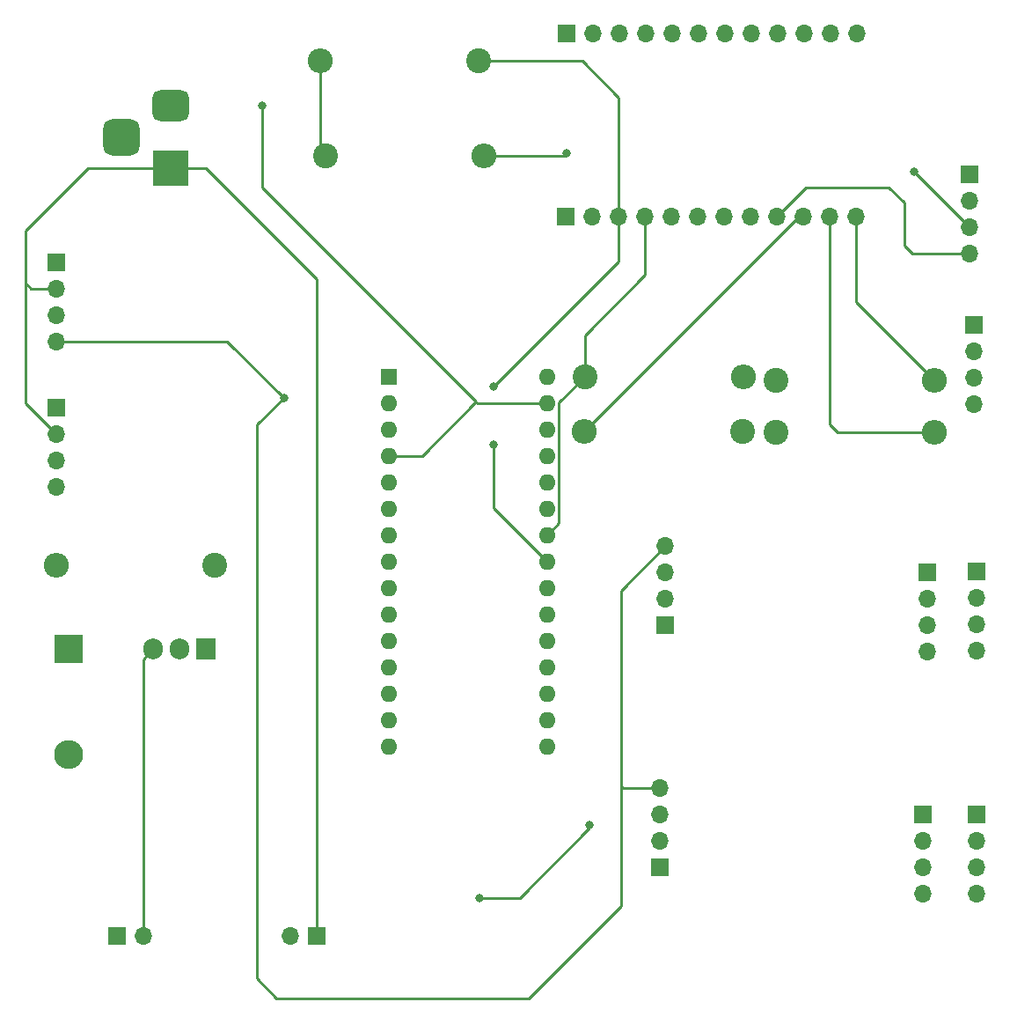
<source format=gbr>
%TF.GenerationSoftware,KiCad,Pcbnew,(6.0.9)*%
%TF.CreationDate,2023-05-30T21:41:48+01:00*%
%TF.ProjectId,UDSWB_MAINBOARD,55445357-425f-44d4-9149-4e424f415244,rev?*%
%TF.SameCoordinates,Original*%
%TF.FileFunction,Copper,L2,Bot*%
%TF.FilePolarity,Positive*%
%FSLAX46Y46*%
G04 Gerber Fmt 4.6, Leading zero omitted, Abs format (unit mm)*
G04 Created by KiCad (PCBNEW (6.0.9)) date 2023-05-30 21:41:48*
%MOMM*%
%LPD*%
G01*
G04 APERTURE LIST*
G04 Aperture macros list*
%AMRoundRect*
0 Rectangle with rounded corners*
0 $1 Rounding radius*
0 $2 $3 $4 $5 $6 $7 $8 $9 X,Y pos of 4 corners*
0 Add a 4 corners polygon primitive as box body*
4,1,4,$2,$3,$4,$5,$6,$7,$8,$9,$2,$3,0*
0 Add four circle primitives for the rounded corners*
1,1,$1+$1,$2,$3*
1,1,$1+$1,$4,$5*
1,1,$1+$1,$6,$7*
1,1,$1+$1,$8,$9*
0 Add four rect primitives between the rounded corners*
20,1,$1+$1,$2,$3,$4,$5,0*
20,1,$1+$1,$4,$5,$6,$7,0*
20,1,$1+$1,$6,$7,$8,$9,0*
20,1,$1+$1,$8,$9,$2,$3,0*%
G04 Aperture macros list end*
%TA.AperFunction,ComponentPad*%
%ADD10R,1.700000X1.700000*%
%TD*%
%TA.AperFunction,ComponentPad*%
%ADD11O,1.700000X1.700000*%
%TD*%
%TA.AperFunction,ComponentPad*%
%ADD12C,2.400000*%
%TD*%
%TA.AperFunction,ComponentPad*%
%ADD13O,2.400000X2.400000*%
%TD*%
%TA.AperFunction,ComponentPad*%
%ADD14O,1.905000X2.000000*%
%TD*%
%TA.AperFunction,ComponentPad*%
%ADD15R,1.905000X2.000000*%
%TD*%
%TA.AperFunction,ComponentPad*%
%ADD16R,3.500000X3.500000*%
%TD*%
%TA.AperFunction,ComponentPad*%
%ADD17RoundRect,0.750000X-1.000000X0.750000X-1.000000X-0.750000X1.000000X-0.750000X1.000000X0.750000X0*%
%TD*%
%TA.AperFunction,ComponentPad*%
%ADD18RoundRect,0.875000X-0.875000X0.875000X-0.875000X-0.875000X0.875000X-0.875000X0.875000X0.875000X0*%
%TD*%
%TA.AperFunction,ComponentPad*%
%ADD19R,2.800000X2.800000*%
%TD*%
%TA.AperFunction,ComponentPad*%
%ADD20O,2.800000X2.800000*%
%TD*%
%TA.AperFunction,ComponentPad*%
%ADD21R,1.600000X1.600000*%
%TD*%
%TA.AperFunction,ComponentPad*%
%ADD22O,1.600000X1.600000*%
%TD*%
%TA.AperFunction,ViaPad*%
%ADD23C,0.800000*%
%TD*%
%TA.AperFunction,Conductor*%
%ADD24C,0.250000*%
%TD*%
G04 APERTURE END LIST*
D10*
%TO.P,J5,1,Pin_1*%
%TO.N,/GND*%
X105575000Y-102925000D03*
D11*
%TO.P,J5,2,Pin_2*%
%TO.N,/UF_DT*%
X105575000Y-100385000D03*
%TO.P,J5,3,Pin_3*%
%TO.N,/UF_SCK*%
X105575000Y-97845000D03*
%TO.P,J5,4,Pin_4*%
%TO.N,/VCC_5DC*%
X105575000Y-95305000D03*
%TD*%
D10*
%TO.P,Pump Switch,1,A*%
%TO.N,/GND*%
X52800000Y-132800000D03*
D11*
%TO.P,Pump Switch,2,B*%
%TO.N,Net-(D1-Pad1)*%
X55340000Y-132800000D03*
%TD*%
D12*
%TO.P,R7,1*%
%TO.N,/VCC_3.3DC*%
X116230000Y-79350000D03*
D13*
%TO.P,R7,2*%
%TO.N,Net-(J12-Pad3)*%
X131470000Y-79350000D03*
%TD*%
D12*
%TO.P,R6,1*%
%TO.N,/VCC_3.3DC*%
X116230000Y-84350000D03*
D13*
%TO.P,R6,2*%
%TO.N,Net-(J12-Pad4)*%
X131470000Y-84350000D03*
%TD*%
D12*
%TO.P,R5,1*%
%TO.N,/VCC_3.3DC*%
X112995000Y-84275000D03*
D13*
%TO.P,R5,2*%
%TO.N,Net-(J11-Pad3)*%
X97755000Y-84275000D03*
%TD*%
D12*
%TO.P,R4,1*%
%TO.N,/MUX_SCL*%
X97825000Y-79025000D03*
D13*
%TO.P,R4,2*%
%TO.N,/VCC_3.3DC*%
X113065000Y-79025000D03*
%TD*%
D12*
%TO.P,R3,1*%
%TO.N,/VCC_3.3DC*%
X72875000Y-57825000D03*
D13*
%TO.P,R3,2*%
%TO.N,Net-(J11-Pad4)*%
X88115000Y-57825000D03*
%TD*%
D12*
%TO.P,R2,1*%
%TO.N,/MUX_SDA*%
X87645000Y-48675000D03*
D13*
%TO.P,R2,2*%
%TO.N,/VCC_3.3DC*%
X72405000Y-48675000D03*
%TD*%
D12*
%TO.P,R1,1*%
%TO.N,/MOTOR_PWM*%
X62200000Y-97200000D03*
D13*
%TO.P,R1,2*%
%TO.N,Net-(Q1-Pad1)*%
X46960000Y-97200000D03*
%TD*%
D14*
%TO.P,Q1,3,E*%
%TO.N,Net-(D1-Pad1)*%
X56320000Y-105200000D03*
%TO.P,Q1,2,C*%
%TO.N,Net-(D1-Pad2)*%
X58860000Y-105200000D03*
D15*
%TO.P,Q1,1,B*%
%TO.N,Net-(Q1-Pad1)*%
X61400000Y-105200000D03*
%TD*%
D10*
%TO.P,J14,1,Pin_1*%
%TO.N,unconnected-(J14-Pad1)*%
X96100000Y-46000000D03*
D11*
%TO.P,J14,2,Pin_2*%
%TO.N,unconnected-(J14-Pad2)*%
X98640000Y-46000000D03*
%TO.P,J14,3,Pin_3*%
%TO.N,unconnected-(J14-Pad3)*%
X101180000Y-46000000D03*
%TO.P,J14,4,Pin_4*%
%TO.N,unconnected-(J14-Pad4)*%
X103720000Y-46000000D03*
%TO.P,J14,5,Pin_5*%
%TO.N,unconnected-(J14-Pad5)*%
X106260000Y-46000000D03*
%TO.P,J14,6,Pin_6*%
%TO.N,unconnected-(J14-Pad6)*%
X108800000Y-46000000D03*
%TO.P,J14,7,Pin_7*%
%TO.N,unconnected-(J14-Pad7)*%
X111340000Y-46000000D03*
%TO.P,J14,8,Pin_8*%
%TO.N,unconnected-(J14-Pad8)*%
X113880000Y-46000000D03*
%TO.P,J14,9,Pin_9*%
%TO.N,unconnected-(J14-Pad9)*%
X116420000Y-46000000D03*
%TO.P,J14,10,Pin_10*%
%TO.N,unconnected-(J14-Pad10)*%
X118960000Y-46000000D03*
%TO.P,J14,11,Pin_11*%
%TO.N,unconnected-(J14-Pad11)*%
X121500000Y-46000000D03*
%TO.P,J14,12,Pin_12*%
%TO.N,unconnected-(J14-Pad12)*%
X124040000Y-46000000D03*
%TD*%
D10*
%TO.P,J13,1,Pin_1*%
%TO.N,/VCC_3.3DC*%
X96000000Y-63600000D03*
D11*
%TO.P,J13,2,Pin_2*%
%TO.N,/GND*%
X98540000Y-63600000D03*
%TO.P,J13,3,Pin_3*%
%TO.N,/MUX_SDA*%
X101080000Y-63600000D03*
%TO.P,J13,4,Pin_4*%
%TO.N,/MUX_SCL*%
X103620000Y-63600000D03*
%TO.P,J13,5,Pin_5*%
%TO.N,unconnected-(J13-Pad5)*%
X106160000Y-63600000D03*
%TO.P,J13,6,Pin_6*%
%TO.N,unconnected-(J13-Pad6)*%
X108700000Y-63600000D03*
%TO.P,J13,7,Pin_7*%
%TO.N,unconnected-(J13-Pad7)*%
X111240000Y-63600000D03*
%TO.P,J13,8,Pin_8*%
%TO.N,unconnected-(J13-Pad8)*%
X113780000Y-63600000D03*
%TO.P,J13,9,Pin_9*%
%TO.N,Net-(J11-Pad4)*%
X116320000Y-63600000D03*
%TO.P,J13,10,Pin_10*%
%TO.N,Net-(J11-Pad3)*%
X118860000Y-63600000D03*
%TO.P,J13,11,Pin_11*%
%TO.N,Net-(J12-Pad4)*%
X121400000Y-63600000D03*
%TO.P,J13,12,Pin_12*%
%TO.N,Net-(J12-Pad3)*%
X123940000Y-63600000D03*
%TD*%
D10*
%TO.P,J12,1,Pin_1*%
%TO.N,/GND*%
X135275000Y-74050000D03*
D11*
%TO.P,J12,2,Pin_2*%
%TO.N,/VCC_3.3DC*%
X135275000Y-76590000D03*
%TO.P,J12,3,Pin_3*%
%TO.N,Net-(J12-Pad3)*%
X135275000Y-79130000D03*
%TO.P,J12,4,Pin_4*%
%TO.N,Net-(J12-Pad4)*%
X135275000Y-81670000D03*
%TD*%
D10*
%TO.P,J11,1,Pin_1*%
%TO.N,/GND*%
X134900000Y-59525000D03*
D11*
%TO.P,J11,2,Pin_2*%
%TO.N,/VCC_3.3DC*%
X134900000Y-62065000D03*
%TO.P,J11,3,Pin_3*%
%TO.N,Net-(J11-Pad3)*%
X134900000Y-64605000D03*
%TO.P,J11,4,Pin_4*%
%TO.N,Net-(J11-Pad4)*%
X134900000Y-67145000D03*
%TD*%
D10*
%TO.P,PUMP,1,Pin_1*%
%TO.N,/VCC_12DC*%
X72000000Y-132800000D03*
D11*
%TO.P,PUMP,2,Pin_2*%
%TO.N,Net-(D1-Pad2)*%
X69460000Y-132800000D03*
%TD*%
D10*
%TO.P,J9,1,Pin_1*%
%TO.N,unconnected-(J9-Pad1)*%
X47000000Y-82000000D03*
D11*
%TO.P,J9,2,Pin_2*%
%TO.N,/VCC_12DC*%
X47000000Y-84540000D03*
%TO.P,J9,3,Pin_3*%
%TO.N,/GND*%
X47000000Y-87080000D03*
%TO.P,J9,4,Pin_4*%
%TO.N,/VCC_3.3DC*%
X47000000Y-89620000D03*
%TD*%
D10*
%TO.P,J8,1,Pin_1*%
%TO.N,unconnected-(J8-Pad1)*%
X47000000Y-68000000D03*
D11*
%TO.P,J8,2,Pin_2*%
%TO.N,/VCC_12DC*%
X47000000Y-70540000D03*
%TO.P,J8,3,Pin_3*%
%TO.N,/GND*%
X47000000Y-73080000D03*
%TO.P,J8,4,Pin_4*%
%TO.N,/VCC_5DC*%
X47000000Y-75620000D03*
%TD*%
D16*
%TO.P,J7,1*%
%TO.N,/VCC_12DC*%
X57957500Y-59000000D03*
D17*
%TO.P,J7,2*%
%TO.N,/GND*%
X57957500Y-53000000D03*
D18*
%TO.P,J7,3*%
%TO.N,N/C*%
X53257500Y-56000000D03*
%TD*%
D11*
%TO.P,J6,4,Pin_4*%
%TO.N,/VCC_5DC*%
X105025000Y-118600000D03*
%TO.P,J6,3,Pin_3*%
%TO.N,/VI_SCK*%
X105025000Y-121140000D03*
%TO.P,J6,2,Pin_2*%
%TO.N,/VI_DT*%
X105025000Y-123680000D03*
D10*
%TO.P,J6,1,Pin_1*%
%TO.N,/GND*%
X105025000Y-126220000D03*
%TD*%
%TO.P,J4,1,Pin_1*%
%TO.N,Net-(J2-Pad1)*%
X130375000Y-121150000D03*
D11*
%TO.P,J4,2,Pin_2*%
%TO.N,Net-(J2-Pad2)*%
X130375000Y-123690000D03*
%TO.P,J4,3,Pin_3*%
%TO.N,Net-(J2-Pad3)*%
X130375000Y-126230000D03*
%TO.P,J4,4,Pin_4*%
%TO.N,Net-(J2-Pad4)*%
X130375000Y-128770000D03*
%TD*%
D10*
%TO.P,J3,1,Pin_1*%
%TO.N,Net-(J1-Pad1)*%
X130775000Y-97800000D03*
D11*
%TO.P,J3,2,Pin_2*%
%TO.N,Net-(J1-Pad2)*%
X130775000Y-100340000D03*
%TO.P,J3,3,Pin_3*%
%TO.N,Net-(J1-Pad3)*%
X130775000Y-102880000D03*
%TO.P,J3,4,Pin_4*%
%TO.N,Net-(J1-Pad4)*%
X130775000Y-105420000D03*
%TD*%
D10*
%TO.P,J2,1,Pin_1*%
%TO.N,Net-(J2-Pad1)*%
X135575000Y-121150000D03*
D11*
%TO.P,J2,2,Pin_2*%
%TO.N,Net-(J2-Pad2)*%
X135575000Y-123690000D03*
%TO.P,J2,3,Pin_3*%
%TO.N,Net-(J2-Pad3)*%
X135575000Y-126230000D03*
%TO.P,J2,4,Pin_4*%
%TO.N,Net-(J2-Pad4)*%
X135575000Y-128770000D03*
%TD*%
D10*
%TO.P,J1,1,Pin_1*%
%TO.N,Net-(J1-Pad1)*%
X135525000Y-97775000D03*
D11*
%TO.P,J1,2,Pin_2*%
%TO.N,Net-(J1-Pad2)*%
X135525000Y-100315000D03*
%TO.P,J1,3,Pin_3*%
%TO.N,Net-(J1-Pad3)*%
X135525000Y-102855000D03*
%TO.P,J1,4,Pin_4*%
%TO.N,Net-(J1-Pad4)*%
X135525000Y-105395000D03*
%TD*%
D19*
%TO.P,D1,1,K*%
%TO.N,Net-(D1-Pad1)*%
X48200000Y-105200000D03*
D20*
%TO.P,D1,2,A*%
%TO.N,Net-(D1-Pad2)*%
X48200000Y-115360000D03*
%TD*%
D21*
%TO.P,A1,1,D1/TX*%
%TO.N,unconnected-(A1-Pad1)*%
X79000000Y-79000000D03*
D22*
%TO.P,A1,2,D0/RX*%
%TO.N,unconnected-(A1-Pad2)*%
X79000000Y-81540000D03*
%TO.P,A1,3,~{RESET}*%
%TO.N,unconnected-(A1-Pad3)*%
X79000000Y-84080000D03*
%TO.P,A1,4,GND*%
%TO.N,/GND*%
X79000000Y-86620000D03*
%TO.P,A1,5,D2*%
%TO.N,/UF_DT*%
X79000000Y-89160000D03*
%TO.P,A1,6,D3*%
%TO.N,/UF_SCK*%
X79000000Y-91700000D03*
%TO.P,A1,7,D4*%
%TO.N,/VI_DT*%
X79000000Y-94240000D03*
%TO.P,A1,8,D5*%
%TO.N,/VI_SCK*%
X79000000Y-96780000D03*
%TO.P,A1,9,D6*%
%TO.N,unconnected-(A1-Pad9)*%
X79000000Y-99320000D03*
%TO.P,A1,10,D7*%
%TO.N,unconnected-(A1-Pad10)*%
X79000000Y-101860000D03*
%TO.P,A1,11,D8*%
%TO.N,unconnected-(A1-Pad11)*%
X79000000Y-104400000D03*
%TO.P,A1,12,D9*%
%TO.N,/MOTOR_PWM*%
X79000000Y-106940000D03*
%TO.P,A1,13,D10*%
%TO.N,unconnected-(A1-Pad13)*%
X79000000Y-109480000D03*
%TO.P,A1,14,D11*%
%TO.N,unconnected-(A1-Pad14)*%
X79000000Y-112020000D03*
%TO.P,A1,15,D12*%
%TO.N,unconnected-(A1-Pad15)*%
X79000000Y-114560000D03*
%TO.P,A1,16,D13*%
%TO.N,unconnected-(A1-Pad16)*%
X94240000Y-114560000D03*
%TO.P,A1,17,3V3*%
%TO.N,unconnected-(A1-Pad17)*%
X94240000Y-112020000D03*
%TO.P,A1,18,AREF*%
%TO.N,unconnected-(A1-Pad18)*%
X94240000Y-109480000D03*
%TO.P,A1,19,A0*%
%TO.N,unconnected-(A1-Pad19)*%
X94240000Y-106940000D03*
%TO.P,A1,20,A1*%
%TO.N,unconnected-(A1-Pad20)*%
X94240000Y-104400000D03*
%TO.P,A1,21,A2*%
%TO.N,unconnected-(A1-Pad21)*%
X94240000Y-101860000D03*
%TO.P,A1,22,A3*%
%TO.N,unconnected-(A1-Pad22)*%
X94240000Y-99320000D03*
%TO.P,A1,23,A4*%
%TO.N,/MUX_SDA*%
X94240000Y-96780000D03*
%TO.P,A1,24,A5*%
%TO.N,/MUX_SCL*%
X94240000Y-94240000D03*
%TO.P,A1,25,A6*%
%TO.N,unconnected-(A1-Pad25)*%
X94240000Y-91700000D03*
%TO.P,A1,26,A7*%
%TO.N,unconnected-(A1-Pad26)*%
X94240000Y-89160000D03*
%TO.P,A1,27,+5V*%
%TO.N,unconnected-(A1-Pad27)*%
X94240000Y-86620000D03*
%TO.P,A1,28,~{RESET}*%
%TO.N,unconnected-(A1-Pad28)*%
X94240000Y-84080000D03*
%TO.P,A1,29,GND*%
%TO.N,/GND*%
X94240000Y-81540000D03*
%TO.P,A1,30,VIN*%
%TO.N,/VCC_5DC*%
X94240000Y-79000000D03*
%TD*%
D23*
%TO.N,/VCC_5DC*%
X68875000Y-81050000D03*
%TO.N,/VI_SCK*%
X98300000Y-122100000D03*
X87700000Y-129125000D03*
%TO.N,/MUX_SDA*%
X89075000Y-79950000D03*
X89075000Y-85600000D03*
%TO.N,/GND*%
X66750000Y-53000000D03*
%TO.N,Net-(J11-Pad3)*%
X129525000Y-59275000D03*
%TO.N,Net-(J11-Pad4)*%
X96100000Y-57575000D03*
%TD*%
D24*
%TO.N,Net-(D1-Pad1)*%
X55340000Y-132800000D02*
X55340000Y-106180000D01*
X55340000Y-106180000D02*
X56320000Y-105200000D01*
%TO.N,/VI_SCK*%
X98300000Y-122425000D02*
X98300000Y-122100000D01*
X91600000Y-129125000D02*
X98300000Y-122425000D01*
X87700000Y-129125000D02*
X91600000Y-129125000D01*
%TO.N,/VCC_5DC*%
X105025000Y-118600000D02*
X101500000Y-118600000D01*
X101500000Y-118600000D02*
X101297500Y-118397500D01*
X101297500Y-118397500D02*
X101297500Y-99582500D01*
X101297500Y-129922500D02*
X101297500Y-118397500D01*
X101297500Y-99582500D02*
X105575000Y-95305000D01*
%TO.N,/MUX_SDA*%
X101080000Y-67945000D02*
X101080000Y-63600000D01*
X89075000Y-79950000D02*
X101080000Y-67945000D01*
X89075000Y-91615000D02*
X89075000Y-85600000D01*
X94240000Y-96780000D02*
X89075000Y-91615000D01*
%TO.N,/MUX_SCL*%
X95365000Y-81485000D02*
X97825000Y-79025000D01*
X95365000Y-93115000D02*
X95365000Y-81485000D01*
X94240000Y-94240000D02*
X95365000Y-93115000D01*
%TO.N,Net-(J12-Pad3)*%
X123940000Y-71820000D02*
X131470000Y-79350000D01*
X123940000Y-63600000D02*
X123940000Y-71820000D01*
%TO.N,Net-(J12-Pad4)*%
X122125000Y-84350000D02*
X131470000Y-84350000D01*
X121400000Y-83625000D02*
X122125000Y-84350000D01*
X121400000Y-63600000D02*
X121400000Y-83625000D01*
%TO.N,/VCC_5DC*%
X92420000Y-138800000D02*
X101297500Y-129922500D01*
X68175000Y-138800000D02*
X92420000Y-138800000D01*
X66275000Y-83650000D02*
X66275000Y-136900000D01*
X68875000Y-81050000D02*
X66275000Y-83650000D01*
X66275000Y-136900000D02*
X68175000Y-138800000D01*
%TO.N,/GND*%
X82180000Y-86620000D02*
X79000000Y-86620000D01*
X87350000Y-81450000D02*
X87440000Y-81540000D01*
X87350000Y-81450000D02*
X82180000Y-86620000D01*
X66750000Y-60850000D02*
X87350000Y-81450000D01*
X66750000Y-53000000D02*
X66750000Y-60850000D01*
X87440000Y-81540000D02*
X94240000Y-81540000D01*
%TO.N,/VCC_5DC*%
X63445000Y-75620000D02*
X68875000Y-81050000D01*
X47000000Y-75620000D02*
X63445000Y-75620000D01*
%TO.N,Net-(J11-Pad3)*%
X97755000Y-84275000D02*
X118430000Y-63600000D01*
X118430000Y-63600000D02*
X118860000Y-63600000D01*
%TO.N,/MUX_SCL*%
X97825000Y-75050000D02*
X103620000Y-69255000D01*
X97825000Y-79025000D02*
X97825000Y-75050000D01*
X103620000Y-69255000D02*
X103620000Y-63600000D01*
%TO.N,Net-(J11-Pad3)*%
X129525000Y-59275000D02*
X129570000Y-59275000D01*
X129570000Y-59275000D02*
X134900000Y-64605000D01*
%TO.N,Net-(J11-Pad4)*%
X128575000Y-66400000D02*
X129320000Y-67145000D01*
X128575000Y-62275000D02*
X128575000Y-66400000D01*
X127100000Y-60800000D02*
X128575000Y-62275000D01*
X119120000Y-60800000D02*
X127100000Y-60800000D01*
X116320000Y-63600000D02*
X119120000Y-60800000D01*
X129320000Y-67145000D02*
X134900000Y-67145000D01*
X95850000Y-57825000D02*
X96100000Y-57575000D01*
X88115000Y-57825000D02*
X95850000Y-57825000D01*
%TO.N,/MUX_SDA*%
X101080000Y-52180000D02*
X101080000Y-63600000D01*
X87645000Y-48675000D02*
X97575000Y-48675000D01*
X97575000Y-48675000D02*
X101080000Y-52180000D01*
%TO.N,/VCC_3.3DC*%
X72405000Y-57355000D02*
X72875000Y-57825000D01*
X72405000Y-48675000D02*
X72405000Y-57355000D01*
%TO.N,/VCC_12DC*%
X72000000Y-69600000D02*
X72000000Y-132800000D01*
X57957500Y-59000000D02*
X61400000Y-59000000D01*
X61400000Y-59000000D02*
X72000000Y-69600000D01*
X44540000Y-70540000D02*
X44000000Y-70000000D01*
X47000000Y-70540000D02*
X44540000Y-70540000D01*
X44000000Y-70000000D02*
X44000000Y-81540000D01*
X44000000Y-65000000D02*
X44000000Y-70000000D01*
X44000000Y-81540000D02*
X47000000Y-84540000D01*
X50000000Y-59000000D02*
X44000000Y-65000000D01*
X57957500Y-59000000D02*
X50000000Y-59000000D01*
%TD*%
M02*

</source>
